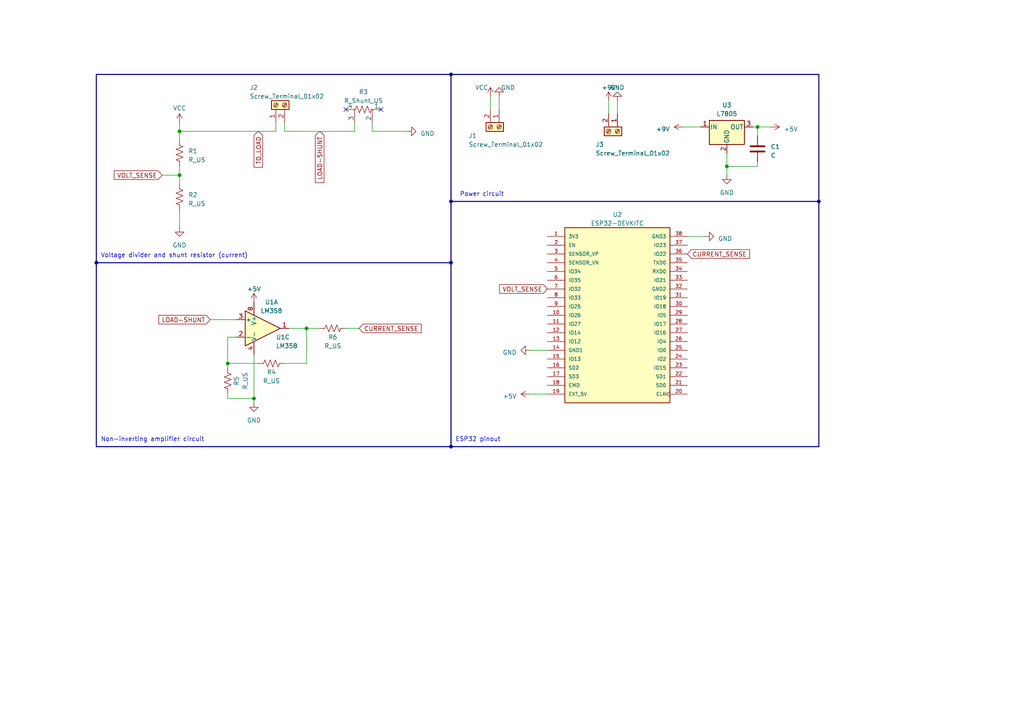
<source format=kicad_sch>
(kicad_sch (version 20230121) (generator eeschema)
  (paper "A4")
  (lib_symbols
    (symbol "Amplifier_Operational:LM358" (pin_names (offset 0.127))
      (property "Reference" "U" (at 0 5.08 0))
      (property "Value" "LM358" (at 0 -5.08 0))
      (symbol "LM358_1_1"
        (polyline (pts (xy -5.08 5.08) (xy 5.08 0) (xy -5.08 -5.08) (xy -5.08 5.08)) (stroke (width 0.254)) (fill (type background)))
        (pin output line (at 7.62 0 180) (length 2.54) (name "~") (number "1"))
        (pin input line (at -7.62 -2.54 0) (length 2.54) (name "-") (number "2"))
        (pin input line (at -7.62 2.54 0) (length 2.54) (name "+") (number "3"))
      )
      (symbol "LM358_2_1"
        (polyline (pts (xy -5.08 5.08) (xy 5.08 0) (xy -5.08 -5.08) (xy -5.08 5.08)) (stroke (width 0.254)) (fill (type background)))
        (pin input line (at -7.62 2.54 0) (length 2.54) (name "+") (number "5"))
        (pin input line (at -7.62 -2.54 0) (length 2.54) (name "-") (number "6"))
        (pin output line (at 7.62 0 180) (length 2.54) (name "~") (number "7"))
      )
      (symbol "LM358_3_1"
        (pin power_in line (at -2.54 -7.62 90) (length 3.81) (name "V-") (number "4"))
        (pin power_in line (at -2.54 7.62 270) (length 3.81) (name "V+") (number "8"))
      )
    )
    (symbol "Connector:Screw_Terminal_01x02" (pin_names (offset 1.016) hide)
      (property "Reference" "J" (at 0 2.54 0))
      (property "Value" "Screw_Terminal_01x02" (at 0 -5.08 0))
      (symbol "Screw_Terminal_01x02_1_1"
        (rectangle (start -1.27 1.27) (end 1.27 -3.81) (stroke (width 0.254)) (fill (type background)))
        (circle (center 0 -2.54) (radius 0.635) (stroke (width 0.1524)))
        (polyline (pts (xy -0.5334 -2.2098) (xy 0.3302 -3.048)) (stroke (width 0.1524)))
        (polyline (pts (xy -0.5334 0.3302) (xy 0.3302 -0.508)) (stroke (width 0.1524)))
        (polyline (pts (xy -0.3556 -2.032) (xy 0.508 -2.8702)) (stroke (width 0.1524)))
        (polyline (pts (xy -0.3556 0.508) (xy 0.508 -0.3302)) (stroke (width 0.1524)))
        (circle (center 0 0) (radius 0.635) (stroke (width 0.1524)))
        (pin passive line (at -5.08 0 0) (length 3.81) (name "Pin_1") (number "1"))
        (pin passive line (at -5.08 -2.54 0) (length 3.81) (name "Pin_2") (number "2"))
      )
    )
    (symbol "Device:C" (pin_numbers hide) (pin_names (offset 0.254))
      (property "Reference" "C" (at 0.635 2.54 0))
      (property "Value" "C" (at 0.635 -2.54 0))
      (symbol "C_0_1"
        (polyline (pts (xy -2.032 -0.762) (xy 2.032 -0.762)) (stroke (width 0.508)))
        (polyline (pts (xy -2.032 0.762) (xy 2.032 0.762)) (stroke (width 0.508)))
      )
      (symbol "C_1_1"
        (pin passive line (at 0 3.81 270) (length 2.794) (name "~") (number "1"))
        (pin passive line (at 0 -3.81 90) (length 2.794) (name "~") (number "2"))
      )
    )
    (symbol "Device:R_Shunt_US" (pin_numbers hide) (pin_names (offset 0))
      (property "Reference" "R" (at -5.08 0 90))
      (property "Value" "R_Shunt_US" (at -3.048 0 90))
      (symbol "R_Shunt_US_1_1"
        (polyline (pts (xy 0 -2.54) (xy 1.27 -2.54)))
        (polyline (pts (xy 0 -2.286) (xy 0 -2.54)))
        (polyline (pts (xy 0 2.286) (xy 0 2.54)))
        (polyline (pts (xy 1.27 2.54) (xy 0 2.54)))
        (polyline (pts (xy 0 -0.762) (xy 1.016 -1.143) (xy 0 -1.524) (xy -1.016 -1.905) (xy 0 -2.286)))
        (polyline (pts (xy 0 0.762) (xy 1.016 0.381) (xy 0 0) (xy -1.016 -0.381) (xy 0 -0.762)))
        (polyline (pts (xy 0 2.286) (xy 1.016 1.905) (xy 0 1.524) (xy -1.016 1.143) (xy 0 0.762)))
        (pin passive line (at 0 5.08 270) (length 2.54) (name "1") (number "1"))
        (pin passive line (at 3.81 2.54 180) (length 2.54) (name "2") (number "2"))
        (pin passive line (at 3.81 -2.54 180) (length 2.54) (name "3") (number "3"))
        (pin passive line (at 0 -5.08 90) (length 2.54) (name "4") (number "4"))
      )
    )
    (symbol "Device:R_US" (pin_numbers hide) (pin_names (offset 0))
      (property "Reference" "R" (at 2.54 0 90))
      (property "Value" "R_US" (at -2.54 0 90))
      (symbol "R_US_0_1"
        (polyline (pts (xy 0 -2.286) (xy 0 -2.54)))
        (polyline (pts (xy 0 2.286) (xy 0 2.54)))
        (polyline (pts (xy 0 -0.762) (xy 1.016 -1.143) (xy 0 -1.524) (xy -1.016 -1.905) (xy 0 -2.286)))
        (polyline (pts (xy 0 0.762) (xy 1.016 0.381) (xy 0 0) (xy -1.016 -0.381) (xy 0 -0.762)))
        (polyline (pts (xy 0 2.286) (xy 1.016 1.905) (xy 0 1.524) (xy -1.016 1.143) (xy 0 0.762)))
      )
      (symbol "R_US_1_1"
        (pin passive line (at 0 3.81 270) (length 1.27) (name "~") (number "1"))
        (pin passive line (at 0 -3.81 90) (length 1.27) (name "~") (number "2"))
      )
    )
    (symbol "ESP32-DEVKITC:ESP32-DEVKITC" (pin_names (offset 1.016))
      (property "Reference" "U" (at -15.2654 26.0604 0))
      (property "Value" "ESP32-DEVKITC" (at -15.2654 -27.9654 0))
      (symbol "ESP32-DEVKITC_0_0"
        (rectangle (start -15.24 -25.4) (end 15.24 25.4) (stroke (width 0.254)) (fill (type background)))
        (pin power_in line (at -20.32 22.86 0) (length 5.08) (name "3V3") (number "1"))
        (pin bidirectional line (at -20.32 0 0) (length 5.08) (name "IO26") (number "10"))
        (pin bidirectional line (at -20.32 -2.54 0) (length 5.08) (name "IO27") (number "11"))
        (pin bidirectional line (at -20.32 -5.08 0) (length 5.08) (name "IO14") (number "12"))
        (pin bidirectional line (at -20.32 -7.62 0) (length 5.08) (name "IO12") (number "13"))
        (pin power_in line (at -20.32 -10.16 0) (length 5.08) (name "GND1") (number "14"))
        (pin bidirectional line (at -20.32 -12.7 0) (length 5.08) (name "IO13") (number "15"))
        (pin bidirectional line (at -20.32 -15.24 0) (length 5.08) (name "SD2") (number "16"))
        (pin bidirectional line (at -20.32 -17.78 0) (length 5.08) (name "SD3") (number "17"))
        (pin bidirectional line (at -20.32 -20.32 0) (length 5.08) (name "CMD") (number "18"))
        (pin power_in line (at -20.32 -22.86 0) (length 5.08) (name "EXT_5V") (number "19"))
        (pin input line (at -20.32 20.32 0) (length 5.08) (name "EN") (number "2"))
        (pin input clock (at 20.32 -22.86 180) (length 5.08) (name "CLK") (number "20"))
        (pin bidirectional line (at 20.32 -20.32 180) (length 5.08) (name "SD0") (number "21"))
        (pin bidirectional line (at 20.32 -17.78 180) (length 5.08) (name "SD1") (number "22"))
        (pin bidirectional line (at 20.32 -15.24 180) (length 5.08) (name "IO15") (number "23"))
        (pin bidirectional line (at 20.32 -12.7 180) (length 5.08) (name "IO2") (number "24"))
        (pin bidirectional line (at 20.32 -10.16 180) (length 5.08) (name "IO0") (number "25"))
        (pin bidirectional line (at 20.32 -7.62 180) (length 5.08) (name "IO4") (number "26"))
        (pin bidirectional line (at 20.32 -5.08 180) (length 5.08) (name "IO16") (number "27"))
        (pin bidirectional line (at 20.32 -2.54 180) (length 5.08) (name "IO17") (number "28"))
        (pin bidirectional line (at 20.32 0 180) (length 5.08) (name "IO5") (number "29"))
        (pin input line (at -20.32 17.78 0) (length 5.08) (name "SENSOR_VP") (number "3"))
        (pin bidirectional line (at 20.32 2.54 180) (length 5.08) (name "IO18") (number "30"))
        (pin bidirectional line (at 20.32 5.08 180) (length 5.08) (name "IO19") (number "31"))
        (pin power_in line (at 20.32 7.62 180) (length 5.08) (name "GND2") (number "32"))
        (pin bidirectional line (at 20.32 10.16 180) (length 5.08) (name "IO21") (number "33"))
        (pin input line (at 20.32 12.7 180) (length 5.08) (name "RXD0") (number "34"))
        (pin output line (at 20.32 15.24 180) (length 5.08) (name "TXD0") (number "35"))
        (pin bidirectional line (at 20.32 17.78 180) (length 5.08) (name "IO22") (number "36"))
        (pin bidirectional line (at 20.32 20.32 180) (length 5.08) (name "IO23") (number "37"))
        (pin power_in line (at 20.32 22.86 180) (length 5.08) (name "GND3") (number "38"))
        (pin input line (at -20.32 15.24 0) (length 5.08) (name "SENSOR_VN") (number "4"))
        (pin bidirectional line (at -20.32 12.7 0) (length 5.08) (name "IO34") (number "5"))
        (pin bidirectional line (at -20.32 10.16 0) (length 5.08) (name "IO35") (number "6"))
        (pin bidirectional line (at -20.32 7.62 0) (length 5.08) (name "IO32") (number "7"))
        (pin bidirectional line (at -20.32 5.08 0) (length 5.08) (name "IO33") (number "8"))
        (pin bidirectional line (at -20.32 2.54 0) (length 5.08) (name "IO25") (number "9"))
      )
    )
    (symbol "Regulator_Linear:L7805" (pin_names (offset 0.254))
      (property "Reference" "U" (at -3.81 3.175 0))
      (property "Value" "L7805" (at 0 3.175 0))
      (symbol "L7805_0_1"
        (rectangle (start -5.08 1.905) (end 5.08 -5.08) (stroke (width 0.254)) (fill (type background)))
      )
      (symbol "L7805_1_1"
        (pin power_in line (at -7.62 0 0) (length 2.54) (name "IN") (number "1"))
        (pin power_in line (at 0 -7.62 90) (length 2.54) (name "GND") (number "2"))
        (pin power_out line (at 7.62 0 180) (length 2.54) (name "OUT") (number "3"))
      )
    )
    (symbol "power:+5V" (power) (pin_names (offset 0))
      (property "Value" "+5V" (at 0 3.556 0))
      (symbol "+5V_0_1"
        (polyline (pts (xy -0.762 1.27) (xy 0 2.54)))
        (polyline (pts (xy 0 0) (xy 0 2.54)))
        (polyline (pts (xy 0 2.54) (xy 0.762 1.27)))
      )
      (symbol "+5V_1_1"
        (pin power_in line (at 0 0 90) (length 0) hide (name "+5V") (number "1"))
      )
    )
    (symbol "power:+9V" (power) (pin_names (offset 0))
      (property "Value" "+9V" (at 0 3.556 0))
      (symbol "+9V_0_1"
        (polyline (pts (xy -0.762 1.27) (xy 0 2.54)))
        (polyline (pts (xy 0 0) (xy 0 2.54)))
        (polyline (pts (xy 0 2.54) (xy 0.762 1.27)))
      )
      (symbol "+9V_1_1"
        (pin power_in line (at 0 0 90) (length 0) hide (name "+9V") (number "1"))
      )
    )
    (symbol "power:GND" (power) (pin_names (offset 0))
      (property "Value" "GND" (at 0 -3.81 0))
      (symbol "GND_0_1"
        (polyline (pts (xy 0 0) (xy 0 -1.27) (xy 1.27 -1.27) (xy 0 -2.54) (xy -1.27 -1.27) (xy 0 -1.27)))
      )
      (symbol "GND_1_1"
        (pin power_in line (at 0 0 270) (length 0) hide (name "GND") (number "1"))
      )
    )
    (symbol "power:VCC" (power) (pin_names (offset 0))
      (property "Value" "VCC" (at 0 3.81 0))
      (symbol "VCC_0_1"
        (polyline (pts (xy -0.762 1.27) (xy 0 2.54)))
        (polyline (pts (xy 0 0) (xy 0 2.54)))
        (polyline (pts (xy 0 2.54) (xy 0.762 1.27)))
      )
      (symbol "VCC_1_1"
        (pin power_in line (at 0 0 90) (length 0) hide (name "VCC") (number "1"))
      )
    )
  )
  (junction (at 210.82 48.26))
  (junction (at 130.81 21.59))
  (junction (at 130.81 76.2))
  (junction (at 237.49 58.42))
  (junction (at 219.71 36.83))
  (junction (at 88.9 95.25))
  (junction (at 66.04 105.41))
  (junction (at 130.81 129.54))
  (junction (at 73.66 115.57))
  (junction (at 130.81 58.42))
  (junction (at 52.07 38.1))
  (junction (at 52.07 50.8))
  (junction (at 27.94 76.2))
  (no_connect (at 100.33 31.75))
  (no_connect (at 110.49 31.75))
  (wire (pts (xy 66.04 105.41) (xy 66.04 106.68)))
  (wire (pts (xy 219.71 46.99) (xy 219.71 48.26)))
  (wire (pts (xy 102.87 38.1) (xy 102.87 35.56)))
  (wire (pts (xy 204.47 68.58) (xy 199.39 68.58)))
  (wire (pts (xy 73.66 115.57) (xy 73.66 102.87)))
  (bus (pts (xy 237.49 21.59) (xy 237.49 58.42)))
  (bus (pts (xy 27.94 21.59) (xy 27.94 76.2)))
  (wire (pts (xy 153.67 114.3) (xy 158.75 114.3)))
  (wire (pts (xy 73.66 116.84) (xy 73.66 115.57)))
  (wire (pts (xy 52.07 60.96) (xy 52.07 66.04)))
  (wire (pts (xy 88.9 95.25) (xy 92.71 95.25)))
  (wire (pts (xy 210.82 48.26) (xy 210.82 44.45)))
  (wire (pts (xy 210.82 50.8) (xy 210.82 48.26)))
  (wire (pts (xy 219.71 36.83) (xy 218.44 36.83)))
  (wire (pts (xy 46.99 50.8) (xy 52.07 50.8)))
  (wire (pts (xy 83.82 95.25) (xy 88.9 95.25)))
  (wire (pts (xy 104.14 95.25) (xy 100.33 95.25)))
  (wire (pts (xy 66.04 114.3) (xy 66.04 115.57)))
  (wire (pts (xy 66.04 115.57) (xy 73.66 115.57)))
  (wire (pts (xy 52.07 38.1) (xy 80.01 38.1)))
  (bus (pts (xy 27.94 129.54) (xy 130.81 129.54)))
  (wire (pts (xy 223.52 36.83) (xy 219.71 36.83)))
  (wire (pts (xy 66.04 105.41) (xy 74.93 105.41)))
  (wire (pts (xy 82.55 38.1) (xy 102.87 38.1)))
  (wire (pts (xy 107.95 38.1) (xy 118.11 38.1)))
  (wire (pts (xy 60.96 92.71) (xy 68.58 92.71)))
  (bus (pts (xy 130.81 129.54) (xy 237.49 129.54)))
  (bus (pts (xy 27.94 21.59) (xy 130.81 21.59)))
  (bus (pts (xy 130.81 58.42) (xy 237.49 58.42)))
  (wire (pts (xy 80.01 35.56) (xy 80.01 38.1)))
  (wire (pts (xy 142.24 27.94) (xy 142.24 31.75)))
  (wire (pts (xy 52.07 50.8) (xy 52.07 48.26)))
  (bus (pts (xy 27.94 76.2) (xy 27.94 129.54)))
  (wire (pts (xy 219.71 48.26) (xy 210.82 48.26)))
  (bus (pts (xy 27.94 76.2) (xy 130.81 76.2)))
  (wire (pts (xy 88.9 105.41) (xy 82.55 105.41)))
  (wire (pts (xy 82.55 35.56) (xy 82.55 38.1)))
  (wire (pts (xy 179.07 29.21) (xy 179.07 33.02)))
  (bus (pts (xy 130.81 129.54) (xy 130.81 76.2)))
  (wire (pts (xy 68.58 97.79) (xy 66.04 97.79)))
  (wire (pts (xy 52.07 53.34) (xy 52.07 50.8)))
  (bus (pts (xy 130.81 76.2) (xy 130.81 58.42)))
  (bus (pts (xy 130.81 21.59) (xy 237.49 21.59)))
  (wire (pts (xy 88.9 95.25) (xy 88.9 105.41)))
  (bus (pts (xy 130.81 58.42) (xy 130.81 21.59)))
  (bus (pts (xy 237.49 58.42) (xy 237.49 129.54)))
  (wire (pts (xy 52.07 38.1) (xy 52.07 40.64)))
  (wire (pts (xy 52.07 35.56) (xy 52.07 38.1)))
  (wire (pts (xy 219.71 36.83) (xy 219.71 39.37)))
  (wire (pts (xy 107.95 35.56) (xy 107.95 38.1)))
  (wire (pts (xy 66.04 97.79) (xy 66.04 105.41)))
  (wire (pts (xy 176.53 29.21) (xy 176.53 33.02)))
  (wire (pts (xy 153.67 101.6) (xy 158.75 101.6)))
  (wire (pts (xy 198.12 36.83) (xy 203.2 36.83)))
  (wire (pts (xy 144.78 27.94) (xy 144.78 31.75)))
  (text "ESP32 pinout" (at 132.08 128.27 0) (effects (font (size 1.27 1.27)) (justify left bottom)))
  (text "Non-inverting amplifier circuit" (at 29.21 128.27 0) (effects (font (size 1.27 1.27)) (justify left bottom)))
  (text "Power circuit" (at 133.35 57.15 0) (effects (font (size 1.27 1.27)) (justify left bottom)))
  (text "Voltage divider and shunt resistor (current)" (at 29.21 74.93 0) (effects (font (size 1.27 1.27)) (justify left bottom)))
  (global_label "TO_LOAD" (shape input) (at 74.93 38.1 270) (property "Intersheetrefs" "${INTERSHEET_REFS}" (effects hide)))
  (global_label "VOLT_SENSE" (shape input) (at 46.99 50.8 180) (property "Intersheetrefs" "${INTERSHEET_REFS}" (effects hide)))
  (global_label "VOLT_SENSE" (shape input) (at 158.75 83.82 180) (property "Intersheetrefs" "${INTERSHEET_REFS}" (effects hide)))
  (global_label "CURRENT_SENSE" (shape input) (at 199.39 73.66 0) (property "Intersheetrefs" "${INTERSHEET_REFS}" (effects hide)))
  (global_label "LOAD-SHUNT" (shape input) (at 92.71 38.1 270) (property "Intersheetrefs" "${INTERSHEET_REFS}" (effects hide)))
  (global_label "CURRENT_SENSE" (shape input) (at 104.14 95.25 0) (property "Intersheetrefs" "${INTERSHEET_REFS}" (effects hide)))
  (global_label "LOAD-SHUNT" (shape input) (at 60.96 92.71 180) (property "Intersheetrefs" "${INTERSHEET_REFS}" (effects hide)))
  (symbol (lib_id "power:GND") (at 144.78 27.94 180) (unit 1)
    (property "Reference" "#PWR04" (effects hide))
    (property "Value" "GND" (at 147.32 25.4 0))
  )
  (symbol (lib_id "Device:R_US") (at 52.07 44.45 0) (unit 1)
    (property "Reference" "R1" (at 54.61 43.815 0) (effects (justify left)))
    (property "Value" "R_US" (at 54.61 46.355 0) (effects (justify left)))
  )
  (symbol (lib_id "Device:R_US") (at 78.74 105.41 270) (unit 1)
    (property "Reference" "R4" (at 78.74 107.95 90))
    (property "Value" "R_US" (at 78.74 110.49 90))
  )
  (symbol (lib_id "power:GND") (at 210.82 50.8 0) (unit 1)
    (property "Reference" "#PWR09" (effects hide))
    (property "Value" "GND" (at 210.82 55.88 0))
  )
  (symbol (lib_id "power:VCC") (at 142.24 27.94 0) (unit 1)
    (property "Reference" "#PWR03" (effects hide))
    (property "Value" "VCC" (at 139.7 25.4 0))
  )
  (symbol (lib_id "power:GND") (at 52.07 66.04 0) (unit 1)
    (property "Reference" "#PWR02" (effects hide))
    (property "Value" "GND" (at 52.07 71.12 0))
  )
  (symbol (lib_id "power:GND") (at 179.07 29.21 180) (unit 1)
    (property "Reference" "#PWR015" (effects hide))
    (property "Value" "GND" (at 179.07 25.4 0))
  )
  (symbol (lib_id "Device:C") (at 219.71 43.18 0) (unit 1)
    (property "Reference" "C1" (at 223.52 42.545 0) (effects (justify left)))
    (property "Value" "C" (at 223.52 45.085 0) (effects (justify left)))
  )
  (symbol (lib_id "Connector:Screw_Terminal_01x02") (at 80.01 30.48 90) (unit 1)
    (property "Reference" "J2" (at 72.39 25.4 90) (effects (justify right)))
    (property "Value" "Screw_Terminal_01x02" (at 72.39 27.94 90) (effects (justify right)))
  )
  (symbol (lib_id "power:+5V") (at 153.67 114.3 90) (unit 1)
    (property "Reference" "#PWR011" (effects hide))
    (property "Value" "+5V" (at 149.86 114.935 90) (effects (justify left)))
  )
  (symbol (lib_id "power:VCC") (at 52.07 35.56 0) (unit 1)
    (property "Reference" "#PWR01" (effects hide))
    (property "Value" "VCC" (at 52.07 31.369 0))
  )
  (symbol (lib_id "Device:R_US") (at 66.04 110.49 0) (unit 1)
    (property "Reference" "R5" (at 68.58 110.49 90))
    (property "Value" "R_US" (at 71.12 110.49 90))
  )
  (symbol (lib_id "Device:R_US") (at 52.07 57.15 0) (unit 1)
    (property "Reference" "R2" (at 54.61 56.515 0) (effects (justify left)))
    (property "Value" "R_US" (at 54.61 59.055 0) (effects (justify left)))
  )
  (symbol (lib_id "Connector:Screw_Terminal_01x02") (at 179.07 38.1 270) (unit 1)
    (property "Reference" "J3" (at 172.72 41.91 90) (effects (justify left)))
    (property "Value" "Screw_Terminal_01x02" (at 172.72 44.45 90) (effects (justify left)))
  )
  (symbol (lib_id "power:GND") (at 118.11 38.1 90) (unit 1)
    (property "Reference" "#PWR05" (effects hide))
    (property "Value" "GND" (at 121.92 38.735 90) (effects (justify right)))
  )
  (symbol (lib_id "ESP32-DEVKITC:ESP32-DEVKITC") (at 179.07 91.44 0) (unit 1)
    (property "Reference" "U2" (at 179.07 62.23 0))
    (property "Value" "ESP32-DEVKITC" (at 179.07 64.77 0))
    (property "Footprint" "MODULE_ESP32-DEVKITC" (effects hide))
    (property "MF" "Olimex LTD" (effects hide))
    (property "Description" "\\n- ESP32-WROOM32 Transceiver; 802.11 b/g/n (Wi-Fi, WiFi, WLAN), Bluetooth® Smart 4.x Low Energy (BLE) 2.4GHz Evaluation Board\\n" (effects hide))
    (property "Package" "None" (effects hide))
    (property "Price" "None" (effects hide))
    (property "Check_prices" "https://www.snapeda.com/parts/ESP32-DEVKITC/Olimex+LTD/view-part/?ref=eda" (effects hide))
    (property "STANDARD" "Manufacturer Recommendations" (effects hide))
    (property "PARTREV" "N/A" (effects hide))
    (property "SnapEDA_Link" "https://www.snapeda.com/parts/ESP32-DEVKITC/Olimex+LTD/view-part/?ref=snap" (effects hide))
    (property "MP" "ESP32-DEVKITC" (effects hide))
    (property "Purchase-URL" "https://www.snapeda.com/api/url_track_click_mouser/?unipart_id=1149980&manufacturer=Olimex LTD&part_name=ESP32-DEVKITC&search_term=esp32-devkitc" (effects hide))
    (property "Availability" "In Stock" (effects hide))
    (property "MANUFACTURER" "ESPRESSIF" (effects hide))
  )
  (symbol (lib_id "power:+9V") (at 198.12 36.83 90) (unit 1)
    (property "Reference" "#PWR010" (effects hide))
    (property "Value" "+9V" (at 194.31 37.465 90) (effects (justify left)))
  )
  (symbol (lib_id "Amplifier_Operational:LM358") (at 76.2 95.25 0) (unit 3)
    (property "Reference" "U1" (at 80.01 97.79 0) (effects (justify left)))
    (property "Value" "LM358" (at 80.01 100.33 0) (effects (justify left)))
    (property "Datasheet" "http://www.ti.com/lit/ds/symlink/lm2904-n.pdf" (effects hide))
  )
  (symbol (lib_id "power:GND") (at 204.47 68.58 90) (unit 1)
    (property "Reference" "#PWR012" (effects hide))
    (property "Value" "GND" (at 208.28 69.215 90) (effects (justify right)))
  )
  (symbol (lib_id "power:+5V") (at 73.66 87.63 0) (unit 1)
    (property "Reference" "#PWR06" (effects hide))
    (property "Value" "+5V" (at 73.66 83.82 0))
  )
  (symbol (lib_id "power:GND") (at 153.67 101.6 270) (unit 1)
    (property "Reference" "#PWR013" (effects hide))
    (property "Value" "GND" (at 149.86 102.235 90) (effects (justify right)))
  )
  (symbol (lib_id "power:GND") (at 73.66 116.84 0) (unit 1)
    (property "Reference" "#PWR07" (effects hide))
    (property "Value" "GND" (at 73.66 121.92 0))
  )
  (symbol (lib_id "Regulator_Linear:L7805") (at 210.82 36.83 0) (unit 1)
    (property "Reference" "U3" (at 210.82 30.48 0))
    (property "Value" "L7805" (at 210.82 33.02 0))
    (property "Datasheet" "http://www.st.com/content/ccc/resource/technical/document/datasheet/41/4f/b3/b0/12/d4/47/88/CD00000444.pdf/files/CD00000444.pdf/jcr:content/translations/en.CD00000444.pdf" (effects hide))
  )
  (symbol (lib_id "power:+5V") (at 223.52 36.83 270) (unit 1)
    (property "Reference" "#PWR08" (effects hide))
    (property "Value" "+5V" (at 227.33 37.465 90) (effects (justify left)))
  )
  (symbol (lib_id "Connector:Screw_Terminal_01x02") (at 144.78 36.83 270) (unit 1)
    (property "Reference" "J1" (at 135.89 39.37 90) (effects (justify left)))
    (property "Value" "Screw_Terminal_01x02" (at 135.89 41.91 90) (effects (justify left)))
  )
  (symbol (lib_id "power:+9V") (at 176.53 29.21 0) (unit 1)
    (property "Reference" "#PWR014" (effects hide))
    (property "Value" "+9V" (at 176.53 25.4 0))
  )
  (symbol (lib_id "Device:R_Shunt_US") (at 105.41 31.75 270) (unit 1)
    (property "Reference" "R3" (at 105.41 26.67 90))
    (property "Value" "R_Shunt_US" (at 105.41 29.21 90))
  )
  (symbol (lib_id "Device:R_US") (at 96.52 95.25 270) (unit 1)
    (property "Reference" "R6" (at 96.52 97.79 90))
    (property "Value" "R_US" (at 96.52 100.33 90))
  )
  (symbol (lib_id "Amplifier_Operational:LM358") (at 76.2 95.25 0) (unit 1)
    (property "Reference" "U1" (at 78.74 87.63 0))
    (property "Value" "LM358" (at 78.74 90.17 0))
    (property "Datasheet" "http://www.ti.com/lit/ds/symlink/lm2904-n.pdf" (effects hide))
  )
)
</source>
